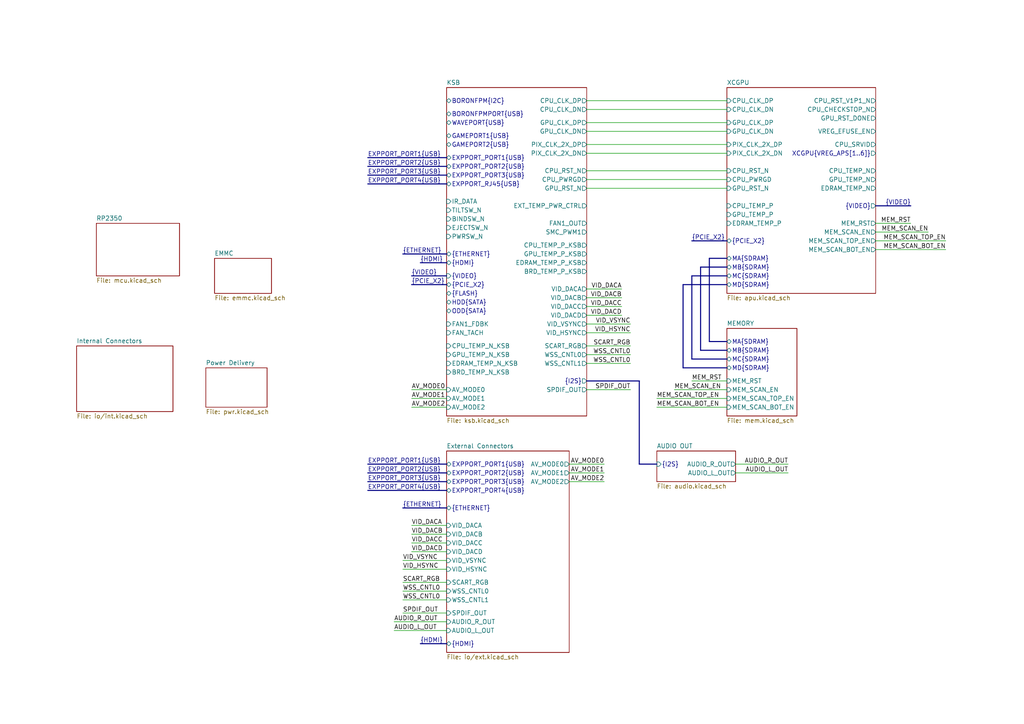
<source format=kicad_sch>
(kicad_sch
	(version 20250114)
	(generator "eeschema")
	(generator_version "9.0")
	(uuid "16640ecb-e4a4-4594-871b-70047bfba6e0")
	(paper "A4")
	(lib_symbols)
	(bus_alias "VIDEO"
		(members "PIX_DATA[0..14]" "PIX_CLK" "VSYNC_OUT" "HSYNC_OUT")
	)
	(text "TODO:\n- Power Delivery\n- Audio Out\n- NAND/eMMC\n- Replace generic components with real part numbers\n"
		(exclude_from_sim no)
		(at 1.524 -10.16 0)
		(effects
			(font
				(size 1.27 1.27)
			)
			(justify left)
		)
		(uuid "7302e6ac-949d-4d83-9f1e-086a3c0d9157")
	)
	(bus
		(pts
			(xy 198.12 82.55) (xy 198.12 106.68)
		)
		(stroke
			(width 0)
			(type default)
		)
		(uuid "0179ccf6-84f9-4ecb-aa41-5205ec36bab9")
	)
	(wire
		(pts
			(xy 129.54 152.4) (xy 119.38 152.4)
		)
		(stroke
			(width 0)
			(type default)
		)
		(uuid "045ca792-5e58-44e4-8934-ffc78a5ef6ac")
	)
	(bus
		(pts
			(xy 200.66 104.14) (xy 210.82 104.14)
		)
		(stroke
			(width 0)
			(type default)
		)
		(uuid "0493ff22-1fda-4272-8040-85711a138c20")
	)
	(wire
		(pts
			(xy 129.54 165.1) (xy 116.84 165.1)
		)
		(stroke
			(width 0)
			(type default)
		)
		(uuid "08bb2e7b-e2ea-4bde-96ec-82c54b03aa81")
	)
	(wire
		(pts
			(xy 129.54 177.8) (xy 116.84 177.8)
		)
		(stroke
			(width 0)
			(type default)
		)
		(uuid "092d3a9a-f411-45dc-8b0d-a69fb29276e0")
	)
	(wire
		(pts
			(xy 170.18 49.53) (xy 210.82 49.53)
		)
		(stroke
			(width 0)
			(type default)
		)
		(uuid "131cf439-c5e1-4299-9c09-ec1707d35148")
	)
	(bus
		(pts
			(xy 210.82 80.01) (xy 200.66 80.01)
		)
		(stroke
			(width 0)
			(type default)
		)
		(uuid "15dd0cbf-1b5e-4437-960f-99a0b5aac307")
	)
	(bus
		(pts
			(xy 106.68 50.8) (xy 129.54 50.8)
		)
		(stroke
			(width 0)
			(type default)
		)
		(uuid "17fd7ff2-be9f-4506-841d-8f9dd9836b7d")
	)
	(wire
		(pts
			(xy 170.18 88.9) (xy 180.34 88.9)
		)
		(stroke
			(width 0)
			(type default)
		)
		(uuid "1acd0ede-a292-42de-a766-835d8137f128")
	)
	(bus
		(pts
			(xy 121.92 76.2) (xy 129.54 76.2)
		)
		(stroke
			(width 0)
			(type default)
		)
		(uuid "1ae09c51-6b95-4124-9b44-cd0a85aeb7f0")
	)
	(wire
		(pts
			(xy 170.18 93.98) (xy 182.88 93.98)
		)
		(stroke
			(width 0)
			(type default)
		)
		(uuid "1c4cc477-e061-488c-8a51-e1a238bcd2fa")
	)
	(bus
		(pts
			(xy 185.42 110.49) (xy 185.42 134.62)
		)
		(stroke
			(width 0)
			(type default)
		)
		(uuid "1e2a199c-b004-49d1-963a-38c1ef250ff7")
	)
	(bus
		(pts
			(xy 185.42 134.62) (xy 190.5 134.62)
		)
		(stroke
			(width 0)
			(type default)
		)
		(uuid "1f921189-8902-4f0d-bb65-ad837a4df51d")
	)
	(wire
		(pts
			(xy 274.32 72.39) (xy 254 72.39)
		)
		(stroke
			(width 0)
			(type default)
		)
		(uuid "20d1126e-7f78-43e7-91dc-5c925d5e015b")
	)
	(wire
		(pts
			(xy 129.54 154.94) (xy 119.38 154.94)
		)
		(stroke
			(width 0)
			(type default)
		)
		(uuid "2523d6b6-47f4-48b6-bea2-203c01795a93")
	)
	(wire
		(pts
			(xy 269.24 67.31) (xy 254 67.31)
		)
		(stroke
			(width 0)
			(type default)
		)
		(uuid "26303ca2-91a9-4f5c-92e5-6a2590ade414")
	)
	(bus
		(pts
			(xy 210.82 74.93) (xy 205.74 74.93)
		)
		(stroke
			(width 0)
			(type default)
		)
		(uuid "2aea5cce-3a4b-4b01-89e2-b9dfc9a45be4")
	)
	(wire
		(pts
			(xy 129.54 180.34) (xy 114.3 180.34)
		)
		(stroke
			(width 0)
			(type default)
		)
		(uuid "330fee60-c992-4e93-afe6-fb7ce9f7c16d")
	)
	(wire
		(pts
			(xy 170.18 38.1) (xy 210.82 38.1)
		)
		(stroke
			(width 0)
			(type default)
		)
		(uuid "34671c02-eff2-4efc-81d5-2d3be8cfed72")
	)
	(wire
		(pts
			(xy 170.18 54.61) (xy 210.82 54.61)
		)
		(stroke
			(width 0)
			(type default)
		)
		(uuid "3cf8d58c-cce1-4a37-a0a1-c187a286b4bc")
	)
	(bus
		(pts
			(xy 116.84 147.32) (xy 129.54 147.32)
		)
		(stroke
			(width 0)
			(type default)
		)
		(uuid "41bf93a9-5a29-488b-a640-1beab1d77dce")
	)
	(wire
		(pts
			(xy 170.18 35.56) (xy 210.82 35.56)
		)
		(stroke
			(width 0)
			(type default)
		)
		(uuid "42b7e670-d328-4115-b51d-b01e317ffa7e")
	)
	(wire
		(pts
			(xy 170.18 44.45) (xy 210.82 44.45)
		)
		(stroke
			(width 0)
			(type default)
		)
		(uuid "46ac6a51-6166-433e-940a-6d9c09784d88")
	)
	(wire
		(pts
			(xy 165.1 134.62) (xy 175.26 134.62)
		)
		(stroke
			(width 0)
			(type default)
		)
		(uuid "5184a8ba-c6a0-49fe-bc47-20dcffde8449")
	)
	(bus
		(pts
			(xy 106.68 45.72) (xy 129.54 45.72)
		)
		(stroke
			(width 0)
			(type default)
		)
		(uuid "51bcb22d-9ee1-4cff-9c4f-fb94b6cf7a9b")
	)
	(wire
		(pts
			(xy 170.18 52.07) (xy 210.82 52.07)
		)
		(stroke
			(width 0)
			(type default)
		)
		(uuid "51f92ada-01ee-4ddb-811e-fd19671f1af0")
	)
	(bus
		(pts
			(xy 106.68 142.24) (xy 129.54 142.24)
		)
		(stroke
			(width 0)
			(type default)
		)
		(uuid "56aee32e-9678-428b-ac65-e8039eb42b7b")
	)
	(wire
		(pts
			(xy 170.18 83.82) (xy 180.34 83.82)
		)
		(stroke
			(width 0)
			(type default)
		)
		(uuid "5815e58b-85f3-4eb5-85f2-002f621904b6")
	)
	(wire
		(pts
			(xy 129.54 173.99) (xy 116.84 173.99)
		)
		(stroke
			(width 0)
			(type default)
		)
		(uuid "5de7bce6-ecaa-4d08-befd-7ba4b75f9224")
	)
	(bus
		(pts
			(xy 198.12 106.68) (xy 210.82 106.68)
		)
		(stroke
			(width 0)
			(type default)
		)
		(uuid "5fad2465-86e8-4033-8895-3b4b19544799")
	)
	(wire
		(pts
			(xy 170.18 105.41) (xy 182.88 105.41)
		)
		(stroke
			(width 0)
			(type default)
		)
		(uuid "6031007d-8ed7-4cca-acb7-cd569268f5fd")
	)
	(bus
		(pts
			(xy 106.68 53.34) (xy 129.54 53.34)
		)
		(stroke
			(width 0)
			(type default)
		)
		(uuid "639f6184-8083-43bb-97fa-e3872024fcc2")
	)
	(wire
		(pts
			(xy 170.18 29.21) (xy 210.82 29.21)
		)
		(stroke
			(width 0)
			(type default)
		)
		(uuid "649e2da5-5591-449c-8bc2-2d2d3d9dbb5d")
	)
	(wire
		(pts
			(xy 129.54 168.91) (xy 116.84 168.91)
		)
		(stroke
			(width 0)
			(type default)
		)
		(uuid "68fa597b-276b-4536-b990-c37e253efd41")
	)
	(bus
		(pts
			(xy 205.74 99.06) (xy 210.82 99.06)
		)
		(stroke
			(width 0)
			(type default)
		)
		(uuid "6c8c1f27-2d03-49f5-9063-545edfea1976")
	)
	(bus
		(pts
			(xy 106.68 134.62) (xy 129.54 134.62)
		)
		(stroke
			(width 0)
			(type default)
		)
		(uuid "6d5c78b3-1a56-4448-a075-60ea4722da1b")
	)
	(wire
		(pts
			(xy 213.36 137.16) (xy 228.6 137.16)
		)
		(stroke
			(width 0)
			(type default)
		)
		(uuid "6f13a8d9-b38a-4d52-855d-a5d9dda084e4")
	)
	(bus
		(pts
			(xy 254 59.69) (xy 264.16 59.69)
		)
		(stroke
			(width 0)
			(type default)
		)
		(uuid "721ee951-a3fb-4627-95ba-8e786487326b")
	)
	(wire
		(pts
			(xy 129.54 118.11) (xy 119.38 118.11)
		)
		(stroke
			(width 0)
			(type default)
		)
		(uuid "79c773db-39b9-4742-9ede-8f1669f42c79")
	)
	(wire
		(pts
			(xy 213.36 134.62) (xy 228.6 134.62)
		)
		(stroke
			(width 0)
			(type default)
		)
		(uuid "8120ea00-3680-4683-83d8-1fd5f99787e5")
	)
	(wire
		(pts
			(xy 170.18 96.52) (xy 182.88 96.52)
		)
		(stroke
			(width 0)
			(type default)
		)
		(uuid "81879148-0253-4096-b57e-4c9234ab8efd")
	)
	(wire
		(pts
			(xy 170.18 100.33) (xy 182.88 100.33)
		)
		(stroke
			(width 0)
			(type default)
		)
		(uuid "83be964e-d13a-4c8b-a19a-69263c5c81a0")
	)
	(bus
		(pts
			(xy 200.66 80.01) (xy 200.66 104.14)
		)
		(stroke
			(width 0)
			(type default)
		)
		(uuid "88848324-8344-48bb-afe9-1395aa433f7a")
	)
	(bus
		(pts
			(xy 200.66 69.85) (xy 210.82 69.85)
		)
		(stroke
			(width 0)
			(type default)
		)
		(uuid "892aee1f-60bf-4bc0-a2c1-38ef9ff6d178")
	)
	(bus
		(pts
			(xy 116.84 73.66) (xy 129.54 73.66)
		)
		(stroke
			(width 0)
			(type default)
		)
		(uuid "8b1d26dd-4cc3-400b-a458-71ff29508c79")
	)
	(wire
		(pts
			(xy 254 64.77) (xy 264.16 64.77)
		)
		(stroke
			(width 0)
			(type default)
		)
		(uuid "8bebbfce-aabd-4af4-bf7d-0706acd7305b")
	)
	(bus
		(pts
			(xy 210.82 77.47) (xy 203.2 77.47)
		)
		(stroke
			(width 0)
			(type default)
		)
		(uuid "90614fb0-ea0e-4ee4-8909-021ee5f1a084")
	)
	(wire
		(pts
			(xy 210.82 110.49) (xy 200.66 110.49)
		)
		(stroke
			(width 0)
			(type default)
		)
		(uuid "95985826-34dc-4693-b27d-8168543e6314")
	)
	(bus
		(pts
			(xy 203.2 101.6) (xy 210.82 101.6)
		)
		(stroke
			(width 0)
			(type default)
		)
		(uuid "9683d0c8-153f-45f2-b010-8e26a7a10e03")
	)
	(bus
		(pts
			(xy 170.18 110.49) (xy 185.42 110.49)
		)
		(stroke
			(width 0)
			(type default)
		)
		(uuid "9746bfb7-9683-458c-8357-65e8a3fc336d")
	)
	(wire
		(pts
			(xy 170.18 102.87) (xy 182.88 102.87)
		)
		(stroke
			(width 0)
			(type default)
		)
		(uuid "97c03f04-a746-42df-bfd3-3213e3415cfb")
	)
	(wire
		(pts
			(xy 129.54 157.48) (xy 119.38 157.48)
		)
		(stroke
			(width 0)
			(type default)
		)
		(uuid "9b594e4d-ec94-4bf5-984b-88f9cda1bfd4")
	)
	(wire
		(pts
			(xy 190.5 115.57) (xy 210.82 115.57)
		)
		(stroke
			(width 0)
			(type default)
		)
		(uuid "9f14d4a1-64d5-4f2c-be93-5cccca1bf411")
	)
	(bus
		(pts
			(xy 205.74 74.93) (xy 205.74 99.06)
		)
		(stroke
			(width 0)
			(type default)
		)
		(uuid "a33f4049-5e5d-461c-8bce-cf2bac236a7f")
	)
	(bus
		(pts
			(xy 106.68 137.16) (xy 129.54 137.16)
		)
		(stroke
			(width 0)
			(type default)
		)
		(uuid "aa011c48-73cd-4154-9262-55df4d691722")
	)
	(wire
		(pts
			(xy 170.18 31.75) (xy 210.82 31.75)
		)
		(stroke
			(width 0)
			(type default)
		)
		(uuid "ab61f2a3-9b5e-4d1f-8a2a-516cd68e2437")
	)
	(bus
		(pts
			(xy 119.38 82.55) (xy 129.54 82.55)
		)
		(stroke
			(width 0)
			(type default)
		)
		(uuid "b6018fd7-c9a0-48b6-97be-1c7464b78b50")
	)
	(wire
		(pts
			(xy 195.58 113.03) (xy 210.82 113.03)
		)
		(stroke
			(width 0)
			(type default)
		)
		(uuid "ba727a17-9546-42ae-87e6-8554b6c4293f")
	)
	(wire
		(pts
			(xy 129.54 171.45) (xy 116.84 171.45)
		)
		(stroke
			(width 0)
			(type default)
		)
		(uuid "ba95b9b5-3818-4ed0-843b-7b6a1f7c0dd9")
	)
	(wire
		(pts
			(xy 170.18 86.36) (xy 180.34 86.36)
		)
		(stroke
			(width 0)
			(type default)
		)
		(uuid "bb036508-3445-45cc-a135-af05ac4c1f5d")
	)
	(wire
		(pts
			(xy 165.1 137.16) (xy 175.26 137.16)
		)
		(stroke
			(width 0)
			(type default)
		)
		(uuid "c2d88cf1-723f-4458-bd39-0f9af18f3f8f")
	)
	(wire
		(pts
			(xy 165.1 139.7) (xy 175.26 139.7)
		)
		(stroke
			(width 0)
			(type default)
		)
		(uuid "c78bc274-b53f-41e4-adc7-237962bc31a2")
	)
	(wire
		(pts
			(xy 170.18 113.03) (xy 182.88 113.03)
		)
		(stroke
			(width 0)
			(type default)
		)
		(uuid "c8aabafa-c76c-4242-9c4f-28f091702fd9")
	)
	(bus
		(pts
			(xy 203.2 77.47) (xy 203.2 101.6)
		)
		(stroke
			(width 0)
			(type default)
		)
		(uuid "c9bc465b-97df-456c-bf59-767e544b4831")
	)
	(wire
		(pts
			(xy 129.54 115.57) (xy 119.38 115.57)
		)
		(stroke
			(width 0)
			(type default)
		)
		(uuid "d0fcec35-e5a1-4fd9-adf9-ea6f2737b56b")
	)
	(wire
		(pts
			(xy 170.18 41.91) (xy 210.82 41.91)
		)
		(stroke
			(width 0)
			(type default)
		)
		(uuid "d1979298-01e2-4dc4-87c6-965a802fdb1b")
	)
	(wire
		(pts
			(xy 274.32 69.85) (xy 254 69.85)
		)
		(stroke
			(width 0)
			(type default)
		)
		(uuid "d3041117-2538-4aa9-86a8-6ded936293f2")
	)
	(wire
		(pts
			(xy 170.18 91.44) (xy 180.34 91.44)
		)
		(stroke
			(width 0)
			(type default)
		)
		(uuid "d3cdb2f8-37d8-4635-a733-174394423179")
	)
	(wire
		(pts
			(xy 190.5 118.11) (xy 210.82 118.11)
		)
		(stroke
			(width 0)
			(type default)
		)
		(uuid "d874bbe4-b4dc-44df-9eff-169fc51b4b15")
	)
	(bus
		(pts
			(xy 106.68 139.7) (xy 129.54 139.7)
		)
		(stroke
			(width 0)
			(type default)
		)
		(uuid "dce0d685-254a-4c80-8fa2-b42da7dd061c")
	)
	(bus
		(pts
			(xy 129.54 80.01) (xy 119.38 80.01)
		)
		(stroke
			(width 0)
			(type default)
		)
		(uuid "dff954e3-adf8-41bf-9f0e-8ea1fe7dff59")
	)
	(wire
		(pts
			(xy 129.54 182.88) (xy 114.3 182.88)
		)
		(stroke
			(width 0)
			(type default)
		)
		(uuid "e73755e1-a354-464a-998b-0845c9bfd6c2")
	)
	(wire
		(pts
			(xy 129.54 160.02) (xy 119.38 160.02)
		)
		(stroke
			(width 0)
			(type default)
		)
		(uuid "f55b2ca7-4557-4257-8647-e9af1c3d1c46")
	)
	(wire
		(pts
			(xy 129.54 113.03) (xy 119.38 113.03)
		)
		(stroke
			(width 0)
			(type default)
		)
		(uuid "f8fb7016-cfc6-4577-87f8-32fcb5d47c4f")
	)
	(wire
		(pts
			(xy 129.54 162.56) (xy 116.84 162.56)
		)
		(stroke
			(width 0)
			(type default)
		)
		(uuid "fbc018fa-dc12-4800-a0a5-3a6b657c406c")
	)
	(bus
		(pts
			(xy 121.92 186.69) (xy 129.54 186.69)
		)
		(stroke
			(width 0)
			(type default)
		)
		(uuid "fd56d734-c700-479c-aa58-0709aa77c4af")
	)
	(bus
		(pts
			(xy 106.68 48.26) (xy 129.54 48.26)
		)
		(stroke
			(width 0)
			(type default)
		)
		(uuid "fe81973a-3cff-496f-8075-cd62287595df")
	)
	(bus
		(pts
			(xy 210.82 82.55) (xy 198.12 82.55)
		)
		(stroke
			(width 0)
			(type default)
		)
		(uuid "ff136560-9bff-429f-b401-dc7d1d92ce10")
	)
	(label "VID_HSYNC"
		(at 182.88 96.52 180)
		(effects
			(font
				(size 1.27 1.27)
			)
			(justify right bottom)
		)
		(uuid "00058e09-0a7b-4cbf-b9ba-0ec90ac8eb86")
	)
	(label "{ETHERNET}"
		(at 116.84 73.66 0)
		(effects
			(font
				(size 1.27 1.27)
			)
			(justify left bottom)
		)
		(uuid "044e6af4-5d99-4dd3-a5d0-47f00f1ab38c")
	)
	(label "MEM_SCAN_BOT_EN"
		(at 274.32 72.39 180)
		(effects
			(font
				(size 1.27 1.27)
			)
			(justify right bottom)
		)
		(uuid "094cd492-c722-4d0b-a32f-6cb558d930f2")
	)
	(label "{PCIE_X2}"
		(at 119.38 82.55 0)
		(effects
			(font
				(size 1.27 1.27)
			)
			(justify left bottom)
		)
		(uuid "15226a72-e549-4623-9f8b-3483d2b5193d")
	)
	(label "{HDMI}"
		(at 121.92 76.2 0)
		(effects
			(font
				(size 1.27 1.27)
			)
			(justify left bottom)
		)
		(uuid "160f4f53-4605-45cb-93d0-81ae8a12a20a")
	)
	(label "VID_DACD"
		(at 180.34 91.44 180)
		(effects
			(font
				(size 1.27 1.27)
			)
			(justify right bottom)
		)
		(uuid "16bbc811-6527-4769-93c3-7aa83f79c252")
	)
	(label "WSS_CNTL0"
		(at 116.84 171.45 0)
		(effects
			(font
				(size 1.27 1.27)
			)
			(justify left bottom)
		)
		(uuid "1a64e303-6141-4cd6-9e8d-7045c5d3e0d5")
	)
	(label "EXPPORT_PORT1{USB}"
		(at 106.68 45.72 0)
		(effects
			(font
				(size 1.27 1.27)
			)
			(justify left bottom)
		)
		(uuid "1afc1093-1c4a-4a3a-b8d2-ba233fb5f640")
	)
	(label "VID_DACD"
		(at 119.38 160.02 0)
		(effects
			(font
				(size 1.27 1.27)
			)
			(justify left bottom)
		)
		(uuid "21fed640-9008-485c-9f78-bd7c6186024a")
	)
	(label "MEM_SCAN_EN"
		(at 269.24 67.31 180)
		(effects
			(font
				(size 1.27 1.27)
			)
			(justify right bottom)
		)
		(uuid "22dc0f26-dcc9-49c0-8539-e92042e0d00e")
	)
	(label "WSS_CNTL0"
		(at 116.84 173.99 0)
		(effects
			(font
				(size 1.27 1.27)
			)
			(justify left bottom)
		)
		(uuid "23f0c589-e0a0-4d5f-aca5-8944aa750781")
	)
	(label "MEM_SCAN_TOP_EN"
		(at 274.32 69.85 180)
		(effects
			(font
				(size 1.27 1.27)
			)
			(justify right bottom)
		)
		(uuid "244dc67f-989b-4ac8-81ae-c72c687574a2")
	)
	(label "EXPPORT_PORT4{USB}"
		(at 106.68 53.34 0)
		(effects
			(font
				(size 1.27 1.27)
			)
			(justify left bottom)
		)
		(uuid "27537c05-2a1c-4056-8f40-b05f5175681a")
	)
	(label "SCART_RGB"
		(at 182.88 100.33 180)
		(effects
			(font
				(size 1.27 1.27)
			)
			(justify right bottom)
		)
		(uuid "2a261d3d-ce94-465d-a540-cca862463582")
	)
	(label "VID_DACB"
		(at 180.34 86.36 180)
		(effects
			(font
				(size 1.27 1.27)
			)
			(justify right bottom)
		)
		(uuid "2b394961-0ab3-45f6-9709-251a207e9c44")
	)
	(label "AUDIO_R_OUT"
		(at 114.3 180.34 0)
		(effects
			(font
				(size 1.27 1.27)
			)
			(justify left bottom)
		)
		(uuid "32734ddc-07ac-44e6-b136-f39f1d47cdc5")
	)
	(label "VID_HSYNC"
		(at 116.84 165.1 0)
		(effects
			(font
				(size 1.27 1.27)
			)
			(justify left bottom)
		)
		(uuid "3c76d0bc-9684-472b-91e5-10bf8875c0e0")
	)
	(label "EXPPORT_PORT4{USB}"
		(at 106.68 142.24 0)
		(effects
			(font
				(size 1.27 1.27)
			)
			(justify left bottom)
		)
		(uuid "4bc2d47b-6e21-44c8-b503-29da1fbd5aca")
	)
	(label "MEM_SCAN_BOT_EN"
		(at 190.5 118.11 0)
		(effects
			(font
				(size 1.27 1.27)
			)
			(justify left bottom)
		)
		(uuid "512a1089-2f12-4181-a2f6-20e71c537757")
	)
	(label "SCART_RGB"
		(at 116.84 168.91 0)
		(effects
			(font
				(size 1.27 1.27)
			)
			(justify left bottom)
		)
		(uuid "5247520f-ff35-4816-a3eb-96a843d98d0d")
	)
	(label "AUDIO_L_OUT"
		(at 114.3 182.88 0)
		(effects
			(font
				(size 1.27 1.27)
			)
			(justify left bottom)
		)
		(uuid "5798b9c7-bb6c-4141-8cf9-8e81e9475e43")
	)
	(label "VID_DACC"
		(at 180.34 88.9 180)
		(effects
			(font
				(size 1.27 1.27)
			)
			(justify right bottom)
		)
		(uuid "5a4884b3-ab87-41c5-9f1a-861e46ce1343")
	)
	(label "AV_MODE2"
		(at 119.38 118.11 0)
		(effects
			(font
				(size 1.27 1.27)
			)
			(justify left bottom)
		)
		(uuid "6334f66d-068c-4527-bde2-d3c73d47bf83")
	)
	(label "WSS_CNTL0"
		(at 182.88 105.41 180)
		(effects
			(font
				(size 1.27 1.27)
			)
			(justify right bottom)
		)
		(uuid "68b36aa0-518a-47fe-9e31-b853a44a7e4e")
	)
	(label "{PCIE_X2}"
		(at 200.66 69.85 0)
		(effects
			(font
				(size 1.27 1.27)
			)
			(justify left bottom)
		)
		(uuid "6c86a889-7a62-4b08-b0e2-7a7bfc4e71d8")
	)
	(label "{VIDEO}"
		(at 119.38 80.01 0)
		(effects
			(font
				(size 1.27 1.27)
			)
			(justify left bottom)
		)
		(uuid "6ef17465-8786-4cca-8392-7644131b11d0")
	)
	(label "VID_VSYNC"
		(at 182.88 93.98 180)
		(effects
			(font
				(size 1.27 1.27)
			)
			(justify right bottom)
		)
		(uuid "729dee00-8f36-4807-814d-02638a9d570a")
	)
	(label "SPDIF_OUT"
		(at 116.84 177.8 0)
		(effects
			(font
				(size 1.27 1.27)
			)
			(justify left bottom)
		)
		(uuid "77f3b2f3-f71a-4382-8d52-69fe5fd706e6")
	)
	(label "AV_MODE1"
		(at 119.38 115.57 0)
		(effects
			(font
				(size 1.27 1.27)
			)
			(justify left bottom)
		)
		(uuid "7c911b6f-e437-4db5-89ea-905bcdb48a3b")
	)
	(label "MEM_SCAN_EN"
		(at 195.58 113.03 0)
		(effects
			(font
				(size 1.27 1.27)
			)
			(justify left bottom)
		)
		(uuid "82722aaa-98ea-43e1-a2c2-331e9150c95b")
	)
	(label "VID_DACC"
		(at 119.38 157.48 0)
		(effects
			(font
				(size 1.27 1.27)
			)
			(justify left bottom)
		)
		(uuid "83c5d072-b4f2-4b8c-85a6-9fb8f2f384f1")
	)
	(label "WSS_CNTL0"
		(at 182.88 102.87 180)
		(effects
			(font
				(size 1.27 1.27)
			)
			(justify right bottom)
		)
		(uuid "88fd4602-5a24-47c0-b2f8-e3e5afb4f20a")
	)
	(label "AUDIO_L_OUT"
		(at 228.6 137.16 180)
		(effects
			(font
				(size 1.27 1.27)
			)
			(justify right bottom)
		)
		(uuid "8a5f1275-db85-4b8b-b57b-013afe24d7d8")
	)
	(label "EXPPORT_PORT2{USB}"
		(at 106.68 48.26 0)
		(effects
			(font
				(size 1.27 1.27)
			)
			(justify left bottom)
		)
		(uuid "8e18728b-3db0-4bc7-bfce-bf5df3e2b35f")
	)
	(label "VID_DACA"
		(at 119.38 152.4 0)
		(effects
			(font
				(size 1.27 1.27)
			)
			(justify left bottom)
		)
		(uuid "8f3468fb-7fbb-4070-b807-23cda708151a")
	)
	(label "EXPPORT_PORT3{USB}"
		(at 106.68 139.7 0)
		(effects
			(font
				(size 1.27 1.27)
			)
			(justify left bottom)
		)
		(uuid "93270cc9-5da4-4d90-a9a6-6815997d7320")
	)
	(label "VID_VSYNC"
		(at 116.84 162.56 0)
		(effects
			(font
				(size 1.27 1.27)
			)
			(justify left bottom)
		)
		(uuid "941600c1-4c82-47b7-aee3-97f3b03c20e7")
	)
	(label "{VIDEO}"
		(at 264.16 59.69 180)
		(effects
			(font
				(size 1.27 1.27)
			)
			(justify right bottom)
		)
		(uuid "9fcb3321-6493-40f4-837b-0dffbe1e87b2")
	)
	(label "VID_DACB"
		(at 119.38 154.94 0)
		(effects
			(font
				(size 1.27 1.27)
			)
			(justify left bottom)
		)
		(uuid "abc138dd-306e-474b-9d39-fd1f039dd409")
	)
	(label "AV_MODE0"
		(at 175.26 134.62 180)
		(effects
			(font
				(size 1.27 1.27)
			)
			(justify right bottom)
		)
		(uuid "af5739f2-e849-4eab-8aed-2d9d3a317e34")
	)
	(label "SPDIF_OUT"
		(at 182.88 113.03 180)
		(effects
			(font
				(size 1.27 1.27)
			)
			(justify right bottom)
		)
		(uuid "afe2c336-5a2f-4a72-a3ee-ea030051e3b6")
	)
	(label "AV_MODE2"
		(at 175.26 139.7 180)
		(effects
			(font
				(size 1.27 1.27)
			)
			(justify right bottom)
		)
		(uuid "b051acd6-3ee1-481f-8759-4aa4a6a122a0")
	)
	(label "{HDMI}"
		(at 121.92 186.69 0)
		(effects
			(font
				(size 1.27 1.27)
			)
			(justify left bottom)
		)
		(uuid "b915693b-ab4f-43fd-b115-f082da98a449")
	)
	(label "AUDIO_R_OUT"
		(at 228.6 134.62 180)
		(effects
			(font
				(size 1.27 1.27)
			)
			(justify right bottom)
		)
		(uuid "ba5a4887-e299-44b5-b04a-776f2f9faf89")
	)
	(label "MEM_RST"
		(at 264.16 64.77 180)
		(effects
			(font
				(size 1.27 1.27)
			)
			(justify right bottom)
		)
		(uuid "bb96c884-3483-4aa9-b8ae-11df5957d2b8")
	)
	(label "EXPPORT_PORT1{USB}"
		(at 106.68 134.62 0)
		(effects
			(font
				(size 1.27 1.27)
			)
			(justify left bottom)
		)
		(uuid "cb06914b-caf1-4091-93f8-f19b2de16033")
	)
	(label "AV_MODE0"
		(at 119.38 113.03 0)
		(effects
			(font
				(size 1.27 1.27)
			)
			(justify left bottom)
		)
		(uuid "cb4eef91-9c28-47b9-a1f0-97a2159aac96")
	)
	(label "EXPPORT_PORT2{USB}"
		(at 106.68 137.16 0)
		(effects
			(font
				(size 1.27 1.27)
			)
			(justify left bottom)
		)
		(uuid "d0c5b9f4-a8d8-456e-bcf4-818c7dfecec7")
	)
	(label "MEM_SCAN_TOP_EN"
		(at 190.5 115.57 0)
		(effects
			(font
				(size 1.27 1.27)
			)
			(justify left bottom)
		)
		(uuid "d93770ab-9b48-4d26-b1ea-00c03f36bbc1")
	)
	(label "{ETHERNET}"
		(at 116.84 147.32 0)
		(effects
			(font
				(size 1.27 1.27)
			)
			(justify left bottom)
		)
		(uuid "dfcebf4e-b51c-4175-b25f-05d9b63063e5")
	)
	(label "EXPPORT_PORT3{USB}"
		(at 106.68 50.8 0)
		(effects
			(font
				(size 1.27 1.27)
			)
			(justify left bottom)
		)
		(uuid "e0e23c64-eb21-402c-9b73-0d634ba31fe1")
	)
	(label "AV_MODE1"
		(at 175.26 137.16 180)
		(effects
			(font
				(size 1.27 1.27)
			)
			(justify right bottom)
		)
		(uuid "efd6771e-db1b-45bf-9da4-448fe5c3fe62")
	)
	(label "VID_DACA"
		(at 180.34 83.82 180)
		(effects
			(font
				(size 1.27 1.27)
			)
			(justify right bottom)
		)
		(uuid "f46f1598-e56a-4ecf-b5d6-489ebdcc17c0")
	)
	(label "MEM_RST"
		(at 200.66 110.49 0)
		(effects
			(font
				(size 1.27 1.27)
			)
			(justify left bottom)
		)
		(uuid "ffcc0cb8-6a95-4413-a1c8-ee650fe561c2")
	)
	(sheet
		(at 190.5 130.81)
		(size 22.86 8.89)
		(exclude_from_sim no)
		(in_bom yes)
		(on_board yes)
		(dnp no)
		(fields_autoplaced yes)
		(stroke
			(width 0.1524)
			(type solid)
		)
		(fill
			(color 0 0 0 0.0000)
		)
		(uuid "06303de4-2744-44da-b431-31b4ad95c62e")
		(property "Sheetname" "AUDIO OUT"
			(at 190.5 130.0984 0)
			(effects
				(font
					(size 1.27 1.27)
				)
				(justify left bottom)
			)
		)
		(property "Sheetfile" "audio.kicad_sch"
			(at 190.5 140.2846 0)
			(effects
				(font
					(size 1.27 1.27)
				)
				(justify left top)
			)
		)
		(pin "AUDIO_L_OUT" output
			(at 213.36 137.16 0)
			(uuid "55538ee0-9fce-4be4-b4a5-51ce7786ffb3")
			(effects
				(font
					(size 1.27 1.27)
				)
				(justify right)
			)
		)
		(pin "AUDIO_R_OUT" output
			(at 213.36 134.62 0)
			(uuid "56d7a031-8858-4c7f-861c-3a90a714c012")
			(effects
				(font
					(size 1.27 1.27)
				)
				(justify right)
			)
		)
		(pin "{I2S}" input
			(at 190.5 134.62 180)
			(uuid "d1c8b102-32d6-4665-9163-baf3f7280aff")
			(effects
				(font
					(size 1.27 1.27)
				)
				(justify left)
			)
		)
		(instances
			(project "Mantaray"
				(path "/16640ecb-e4a4-4594-871b-70047bfba6e0"
					(page "21")
				)
			)
		)
	)
	(sheet
		(at 210.82 25.4)
		(size 43.18 59.69)
		(exclude_from_sim no)
		(in_bom yes)
		(on_board yes)
		(dnp no)
		(fields_autoplaced yes)
		(stroke
			(width 0.1524)
			(type solid)
		)
		(fill
			(color 0 0 0 0.0000)
		)
		(uuid "15d9acf0-ed9b-44aa-a266-2c44722c6abb")
		(property "Sheetname" "XCGPU"
			(at 210.82 24.6884 0)
			(effects
				(font
					(size 1.27 1.27)
				)
				(justify left bottom)
			)
		)
		(property "Sheetfile" "apu.kicad_sch"
			(at 210.82 85.6746 0)
			(effects
				(font
					(size 1.27 1.27)
				)
				(justify left top)
			)
		)
		(pin "CPU_CHECKSTOP_N" output
			(at 254 31.75 0)
			(uuid "1d4c740c-124d-4197-91ed-3bcf22826c92")
			(effects
				(font
					(size 1.27 1.27)
				)
				(justify right)
			)
		)
		(pin "CPU_CLK_DN" input
			(at 210.82 31.75 180)
			(uuid "1065016e-dbe9-486c-89cc-5c3efeeeb44a")
			(effects
				(font
					(size 1.27 1.27)
				)
				(justify left)
			)
		)
		(pin "CPU_CLK_DP" input
			(at 210.82 29.21 180)
			(uuid "4aa62df4-2078-484a-b1f4-96a429a7c3b6")
			(effects
				(font
					(size 1.27 1.27)
				)
				(justify left)
			)
		)
		(pin "CPU_PWRGD" input
			(at 210.82 52.07 180)
			(uuid "f011baa8-5eb6-45a1-b32c-ad5a9a106fb6")
			(effects
				(font
					(size 1.27 1.27)
				)
				(justify left)
			)
		)
		(pin "CPU_RST_N" input
			(at 210.82 49.53 180)
			(uuid "1afd8303-014d-450d-b64a-12346698240a")
			(effects
				(font
					(size 1.27 1.27)
				)
				(justify left)
			)
		)
		(pin "CPU_RST_V1P1_N" output
			(at 254 29.21 0)
			(uuid "7fe149dd-c8fd-4e3e-862a-dceac94816d3")
			(effects
				(font
					(size 1.27 1.27)
				)
				(justify right)
			)
		)
		(pin "CPU_SRVID" output
			(at 254 41.91 0)
			(uuid "ef0b924b-a1a6-4ee4-8584-6c09c1d91bc8")
			(effects
				(font
					(size 1.27 1.27)
				)
				(justify right)
			)
		)
		(pin "CPU_TEMP_N" output
			(at 254 49.53 0)
			(uuid "000c8938-27cc-44a1-94f3-7049a2e0586a")
			(effects
				(font
					(size 1.27 1.27)
				)
				(justify right)
			)
		)
		(pin "CPU_TEMP_P" input
			(at 210.82 59.69 180)
			(uuid "08259793-816e-4aeb-a85b-e64ef7627d7a")
			(effects
				(font
					(size 1.27 1.27)
				)
				(justify left)
			)
		)
		(pin "EDRAM_TEMP_N" output
			(at 254 54.61 0)
			(uuid "f3c19771-6d02-477e-9bdb-c07085489beb")
			(effects
				(font
					(size 1.27 1.27)
				)
				(justify right)
			)
		)
		(pin "EDRAM_TEMP_P" input
			(at 210.82 64.77 180)
			(uuid "ddd8d485-f9ad-405e-b9f4-50cc0326eb69")
			(effects
				(font
					(size 1.27 1.27)
				)
				(justify left)
			)
		)
		(pin "GPU_CLK_DN" input
			(at 210.82 38.1 180)
			(uuid "d01552a3-ff9d-4ebe-885e-c8e217d0f651")
			(effects
				(font
					(size 1.27 1.27)
				)
				(justify left)
			)
		)
		(pin "GPU_CLK_DP" input
			(at 210.82 35.56 180)
			(uuid "0a4ef7b4-da59-46a5-adeb-52e9560d62aa")
			(effects
				(font
					(size 1.27 1.27)
				)
				(justify left)
			)
		)
		(pin "GPU_RST_DONE" output
			(at 254 34.29 0)
			(uuid "d254ebf9-2fde-464b-908e-b2977ce9f6e2")
			(effects
				(font
					(size 1.27 1.27)
				)
				(justify right)
			)
		)
		(pin "GPU_RST_N" input
			(at 210.82 54.61 180)
			(uuid "5be674ff-0ee3-42ff-b951-40fa9573d5b2")
			(effects
				(font
					(size 1.27 1.27)
				)
				(justify left)
			)
		)
		(pin "GPU_TEMP_N" output
			(at 254 52.07 0)
			(uuid "d4fb8b8c-1465-4051-95db-bf66022819f0")
			(effects
				(font
					(size 1.27 1.27)
				)
				(justify right)
			)
		)
		(pin "GPU_TEMP_P" input
			(at 210.82 62.23 180)
			(uuid "44f27fdd-4584-4e01-8c72-569d1f0d0950")
			(effects
				(font
					(size 1.27 1.27)
				)
				(justify left)
			)
		)
		(pin "MA{SDRAM}" bidirectional
			(at 210.82 74.93 180)
			(uuid "94b3fdb1-3610-4ac9-bd21-4bca2b6a09ed")
			(effects
				(font
					(size 1.27 1.27)
				)
				(justify left)
			)
		)
		(pin "MB{SDRAM}" bidirectional
			(at 210.82 77.47 180)
			(uuid "a5a09a33-6e2f-42ef-bb5f-0583423ec54d")
			(effects
				(font
					(size 1.27 1.27)
				)
				(justify left)
			)
		)
		(pin "MC{SDRAM}" bidirectional
			(at 210.82 80.01 180)
			(uuid "8dcba271-276b-4894-b521-78430ee5764a")
			(effects
				(font
					(size 1.27 1.27)
				)
				(justify left)
			)
		)
		(pin "MD{SDRAM}" bidirectional
			(at 210.82 82.55 180)
			(uuid "edeb9157-8711-4441-a72d-2045a9220ecb")
			(effects
				(font
					(size 1.27 1.27)
				)
				(justify left)
			)
		)
		(pin "MEM_RST" output
			(at 254 64.77 0)
			(uuid "d24f94f7-be6d-4df0-9e5e-104d1e3aded1")
			(effects
				(font
					(size 1.27 1.27)
				)
				(justify right)
			)
		)
		(pin "MEM_SCAN_BOT_EN" output
			(at 254 72.39 0)
			(uuid "0df4408f-0fb8-43a9-9d8d-da00366a8dd8")
			(effects
				(font
					(size 1.27 1.27)
				)
				(justify right)
			)
		)
		(pin "MEM_SCAN_EN" output
			(at 254 67.31 0)
			(uuid "8f77f4db-bd99-448a-a73d-b43782c4358d")
			(effects
				(font
					(size 1.27 1.27)
				)
				(justify right)
			)
		)
		(pin "MEM_SCAN_TOP_EN" output
			(at 254 69.85 0)
			(uuid "dc6e7d1c-ae2b-4309-9925-65d069cfeba1")
			(effects
				(font
					(size 1.27 1.27)
				)
				(justify right)
			)
		)
		(pin "PIX_CLK_2X_DN" input
			(at 210.82 44.45 180)
			(uuid "d1f0644e-763c-4c82-9d00-660ee60d89ee")
			(effects
				(font
					(size 1.27 1.27)
				)
				(justify left)
			)
		)
		(pin "PIX_CLK_2X_DP" input
			(at 210.82 41.91 180)
			(uuid "24434248-b6ab-4ec8-aff0-d44d49a26feb")
			(effects
				(font
					(size 1.27 1.27)
				)
				(justify left)
			)
		)
		(pin "VREG_EFUSE_EN" output
			(at 254 38.1 0)
			(uuid "1d20aab4-b251-4fc4-ba37-3b87cf5f3097")
			(effects
				(font
					(size 1.27 1.27)
				)
				(justify right)
			)
		)
		(pin "XCGPU{VREG_APS[1..6]}" output
			(at 254 44.45 0)
			(uuid "7ab2286d-54b7-4f46-b2b8-53e8c2c2e77e")
			(effects
				(font
					(size 1.27 1.27)
				)
				(justify right)
			)
		)
		(pin "{PCIE_X2}" bidirectional
			(at 210.82 69.85 180)
			(uuid "6d5a3b14-987f-44db-b776-961552594cbf")
			(effects
				(font
					(size 1.27 1.27)
				)
				(justify left)
			)
		)
		(pin "{VIDEO}" output
			(at 254 59.69 0)
			(uuid "fe9bc44e-1b37-4f64-89ca-3e6013af46c8")
			(effects
				(font
					(size 1.27 1.27)
				)
				(justify right)
			)
		)
		(instances
			(project "Mantaray"
				(path "/16640ecb-e4a4-4594-871b-70047bfba6e0"
					(page "2")
				)
			)
		)
	)
	(sheet
		(at 59.69 106.68)
		(size 17.78 11.43)
		(exclude_from_sim no)
		(in_bom yes)
		(on_board yes)
		(dnp no)
		(fields_autoplaced yes)
		(stroke
			(width 0.1524)
			(type solid)
		)
		(fill
			(color 0 0 0 0.0000)
		)
		(uuid "2571ed45-33bb-462a-b8a7-fd5672545e72")
		(property "Sheetname" "Power Delivery"
			(at 59.69 105.9684 0)
			(effects
				(font
					(size 1.27 1.27)
				)
				(justify left bottom)
			)
		)
		(property "Sheetfile" "pwr.kicad_sch"
			(at 59.69 118.6946 0)
			(effects
				(font
					(size 1.27 1.27)
				)
				(justify left top)
			)
		)
		(instances
			(project "Mantaray"
				(path "/16640ecb-e4a4-4594-871b-70047bfba6e0"
					(page "23")
				)
			)
		)
	)
	(sheet
		(at 210.82 95.25)
		(size 20.32 25.4)
		(exclude_from_sim no)
		(in_bom yes)
		(on_board yes)
		(dnp no)
		(fields_autoplaced yes)
		(stroke
			(width 0.1524)
			(type solid)
		)
		(fill
			(color 0 0 0 0.0000)
		)
		(uuid "3ac4cd05-2682-4faa-958d-341ea57a54eb")
		(property "Sheetname" "MEMORY"
			(at 210.82 94.5384 0)
			(effects
				(font
					(size 1.27 1.27)
				)
				(justify left bottom)
			)
		)
		(property "Sheetfile" "mem.kicad_sch"
			(at 210.82 121.2346 0)
			(effects
				(font
					(size 1.27 1.27)
				)
				(justify left top)
			)
		)
		(pin "MA{SDRAM}" bidirectional
			(at 210.82 99.06 180)
			(uuid "99f9d0dd-cd39-49ee-9e0d-96e9cf651384")
			(effects
				(font
					(size 1.27 1.27)
				)
				(justify left)
			)
		)
		(pin "MB{SDRAM}" bidirectional
			(at 210.82 101.6 180)
			(uuid "9d545f88-9b2d-4cba-8868-cdb8789b6bb8")
			(effects
				(font
					(size 1.27 1.27)
				)
				(justify left)
			)
		)
		(pin "MC{SDRAM}" bidirectional
			(at 210.82 104.14 180)
			(uuid "d1ea3292-3fd5-44cf-9458-82b97cb09892")
			(effects
				(font
					(size 1.27 1.27)
				)
				(justify left)
			)
		)
		(pin "MD{SDRAM}" bidirectional
			(at 210.82 106.68 180)
			(uuid "ee6cf39e-4924-4035-a479-71afd05e4973")
			(effects
				(font
					(size 1.27 1.27)
				)
				(justify left)
			)
		)
		(pin "MEM_RST" input
			(at 210.82 110.49 180)
			(uuid "5f91539e-f118-4607-b8db-ed5a2c43808d")
			(effects
				(font
					(size 1.27 1.27)
				)
				(justify left)
			)
		)
		(pin "MEM_SCAN_BOT_EN" input
			(at 210.82 118.11 180)
			(uuid "86d51e5b-7245-491a-a007-46b33bb31cf8")
			(effects
				(font
					(size 1.27 1.27)
				)
				(justify left)
			)
		)
		(pin "MEM_SCAN_EN" input
			(at 210.82 113.03 180)
			(uuid "5972662e-5723-4d90-8bd4-1a6d37cae7ca")
			(effects
				(font
					(size 1.27 1.27)
				)
				(justify left)
			)
		)
		(pin "MEM_SCAN_TOP_EN" input
			(at 210.82 115.57 180)
			(uuid "a5ad4660-efa7-464e-9bf8-23bb807cd76e")
			(effects
				(font
					(size 1.27 1.27)
				)
				(justify left)
			)
		)
		(instances
			(project "Mantaray"
				(path "/16640ecb-e4a4-4594-871b-70047bfba6e0"
					(page "15")
				)
			)
		)
	)
	(sheet
		(at 129.54 25.4)
		(size 40.64 95.25)
		(exclude_from_sim no)
		(in_bom yes)
		(on_board yes)
		(dnp no)
		(fields_autoplaced yes)
		(stroke
			(width 0.1524)
			(type solid)
		)
		(fill
			(color 0 0 0 0.0000)
		)
		(uuid "5578fb0d-7a85-48a3-97bd-11e67ac7c8dc")
		(property "Sheetname" "KSB"
			(at 129.54 24.6884 0)
			(effects
				(font
					(size 1.27 1.27)
				)
				(justify left bottom)
			)
		)
		(property "Sheetfile" "ksb.kicad_sch"
			(at 129.54 121.2346 0)
			(effects
				(font
					(size 1.27 1.27)
				)
				(justify left top)
			)
		)
		(pin "AV_MODE0" input
			(at 129.54 113.03 180)
			(uuid "422fa2e7-edac-4c01-bd17-7c823b389e9d")
			(effects
				(font
					(size 1.27 1.27)
				)
				(justify left)
			)
		)
		(pin "AV_MODE1" input
			(at 129.54 115.57 180)
			(uuid "a9ef7f00-3dfc-4051-85f0-f50437b7119d")
			(effects
				(font
					(size 1.27 1.27)
				)
				(justify left)
			)
		)
		(pin "BINDSW_N" input
			(at 129.54 63.5 180)
			(uuid "cf2db12a-6c8a-4042-b2ab-655d23a454f3")
			(effects
				(font
					(size 1.27 1.27)
				)
				(justify left)
			)
		)
		(pin "BORONFPMPORT{USB}" bidirectional
			(at 129.54 33.02 180)
			(uuid "115f8cd8-a29c-4d8c-a7d0-82a6303d493c")
			(effects
				(font
					(size 1.27 1.27)
				)
				(justify left)
			)
		)
		(pin "BORONFPM{I2C}" bidirectional
			(at 129.54 29.21 180)
			(uuid "988d550b-9840-470e-92da-54ae3f0bee0f")
			(effects
				(font
					(size 1.27 1.27)
				)
				(justify left)
			)
		)
		(pin "BRD_TEMP_N_KSB" input
			(at 129.54 107.95 180)
			(uuid "95df2078-d86f-4be7-b7d5-7ef150cbe209")
			(effects
				(font
					(size 1.27 1.27)
				)
				(justify left)
			)
		)
		(pin "BRD_TEMP_P_KSB" output
			(at 170.18 78.74 0)
			(uuid "6153e487-e5ee-4562-9d3f-5082e8e247dd")
			(effects
				(font
					(size 1.27 1.27)
				)
				(justify right)
			)
		)
		(pin "CPU_CLK_DN" output
			(at 170.18 31.75 0)
			(uuid "4db7f856-068f-40bc-b9f4-d633dbbbe66e")
			(effects
				(font
					(size 1.27 1.27)
				)
				(justify right)
			)
		)
		(pin "CPU_CLK_DP" output
			(at 170.18 29.21 0)
			(uuid "63a4ae81-842e-4736-b492-5151e0b4c4f6")
			(effects
				(font
					(size 1.27 1.27)
				)
				(justify right)
			)
		)
		(pin "CPU_PWRGD" output
			(at 170.18 52.07 0)
			(uuid "4e0f6b8a-81ca-459a-b677-75d6e88a6869")
			(effects
				(font
					(size 1.27 1.27)
				)
				(justify right)
			)
		)
		(pin "CPU_RST_N" output
			(at 170.18 49.53 0)
			(uuid "1d265eef-078b-46c0-b268-1fbd0b47f5a6")
			(effects
				(font
					(size 1.27 1.27)
				)
				(justify right)
			)
		)
		(pin "CPU_TEMP_N_KSB" input
			(at 129.54 100.33 180)
			(uuid "3c6265ff-332e-47d1-94e3-2fa2c4dba22a")
			(effects
				(font
					(size 1.27 1.27)
				)
				(justify left)
			)
		)
		(pin "CPU_TEMP_P_KSB" output
			(at 170.18 71.12 0)
			(uuid "bd3ed541-e022-45cc-8035-50dd52f169b0")
			(effects
				(font
					(size 1.27 1.27)
				)
				(justify right)
			)
		)
		(pin "EDRAM_TEMP_N_KSB" input
			(at 129.54 105.41 180)
			(uuid "f6c04ab0-3f8e-4812-bdaf-3d86e122a87d")
			(effects
				(font
					(size 1.27 1.27)
				)
				(justify left)
			)
		)
		(pin "EDRAM_TEMP_P_KSB" output
			(at 170.18 76.2 0)
			(uuid "4deb3025-865f-42b0-8308-7fd55598033e")
			(effects
				(font
					(size 1.27 1.27)
				)
				(justify right)
			)
		)
		(pin "EJECTSW_N" input
			(at 129.54 66.04 180)
			(uuid "58f61384-14db-4674-b412-0ef7ca3f513d")
			(effects
				(font
					(size 1.27 1.27)
				)
				(justify left)
			)
		)
		(pin "EXPPORT_PORT1{USB}" bidirectional
			(at 129.54 45.72 180)
			(uuid "ba77f8a5-c2e1-4119-89af-088fc315b2b4")
			(effects
				(font
					(size 1.27 1.27)
				)
				(justify left)
			)
		)
		(pin "EXPPORT_PORT2{USB}" bidirectional
			(at 129.54 48.26 180)
			(uuid "4290ae1e-1893-4b4e-9875-c338e5a88e07")
			(effects
				(font
					(size 1.27 1.27)
				)
				(justify left)
			)
		)
		(pin "EXPPORT_PORT3{USB}" bidirectional
			(at 129.54 50.8 180)
			(uuid "18350937-cf6d-465f-9cdf-9424fa5d56c6")
			(effects
				(font
					(size 1.27 1.27)
				)
				(justify left)
			)
		)
		(pin "EXPPORT_RJ45{USB}" bidirectional
			(at 129.54 53.34 180)
			(uuid "824f3e6a-78e9-4464-be8b-008d18b2fc04")
			(effects
				(font
					(size 1.27 1.27)
				)
				(justify left)
			)
		)
		(pin "EXT_TEMP_PWR_CTRL" output
			(at 170.18 59.69 0)
			(uuid "4488de97-d311-4878-8abc-04d024114838")
			(effects
				(font
					(size 1.27 1.27)
				)
				(justify right)
			)
		)
		(pin "FAN1_FDBK" input
			(at 129.54 93.98 180)
			(uuid "53a4b633-eea7-4b35-b07b-ae9c6e7bf152")
			(effects
				(font
					(size 1.27 1.27)
				)
				(justify left)
			)
		)
		(pin "FAN1_OUT" output
			(at 170.18 64.77 0)
			(uuid "0d396444-0353-49a1-a985-ec5b9df89bcc")
			(effects
				(font
					(size 1.27 1.27)
				)
				(justify right)
			)
		)
		(pin "FAN_TACH" input
			(at 129.54 96.52 180)
			(uuid "e808f12c-0486-4b86-aa4f-20a75f38d3d9")
			(effects
				(font
					(size 1.27 1.27)
				)
				(justify left)
			)
		)
		(pin "GAMEPORT1{USB}" bidirectional
			(at 129.54 39.37 180)
			(uuid "6e8d810d-bc88-4b67-89ab-56447a9376ae")
			(effects
				(font
					(size 1.27 1.27)
				)
				(justify left)
			)
		)
		(pin "GAMEPORT2{USB}" bidirectional
			(at 129.54 41.91 180)
			(uuid "a1b0a46a-5597-4803-be8c-25f78fe4a200")
			(effects
				(font
					(size 1.27 1.27)
				)
				(justify left)
			)
		)
		(pin "GPU_CLK_DN" output
			(at 170.18 38.1 0)
			(uuid "45ea5d17-590c-4f47-a7d4-da20a438071a")
			(effects
				(font
					(size 1.27 1.27)
				)
				(justify right)
			)
		)
		(pin "GPU_CLK_DP" output
			(at 170.18 35.56 0)
			(uuid "875e2093-4b8a-484d-b326-a33d0bb6d016")
			(effects
				(font
					(size 1.27 1.27)
				)
				(justify right)
			)
		)
		(pin "GPU_RST_N" output
			(at 170.18 54.61 0)
			(uuid "c4af5901-ced4-4a13-a9dd-380762e71e43")
			(effects
				(font
					(size 1.27 1.27)
				)
				(justify right)
			)
		)
		(pin "GPU_TEMP_N_KSB" input
			(at 129.54 102.87 180)
			(uuid "c95727b6-b456-4f1a-b396-e7bc546acc39")
			(effects
				(font
					(size 1.27 1.27)
				)
				(justify left)
			)
		)
		(pin "GPU_TEMP_P_KSB" output
			(at 170.18 73.66 0)
			(uuid "c68c5767-c83b-4933-ac7d-3ce19e25beb1")
			(effects
				(font
					(size 1.27 1.27)
				)
				(justify right)
			)
		)
		(pin "HDD{SATA}" bidirectional
			(at 129.54 87.63 180)
			(uuid "3274bbfe-1cf3-4701-902a-c513e85b591e")
			(effects
				(font
					(size 1.27 1.27)
				)
				(justify left)
			)
		)
		(pin "IR_DATA" input
			(at 129.54 58.42 180)
			(uuid "8618c61c-5c36-45a9-94fe-420421cca004")
			(effects
				(font
					(size 1.27 1.27)
				)
				(justify left)
			)
		)
		(pin "ODD{SATA}" bidirectional
			(at 129.54 90.17 180)
			(uuid "32828b34-5dc0-4795-8a65-02fcca3edd63")
			(effects
				(font
					(size 1.27 1.27)
				)
				(justify left)
			)
		)
		(pin "PIX_CLK_2X_DN" output
			(at 170.18 44.45 0)
			(uuid "27542743-34c7-4889-91ad-7034d750f611")
			(effects
				(font
					(size 1.27 1.27)
				)
				(justify right)
			)
		)
		(pin "PIX_CLK_2X_DP" output
			(at 170.18 41.91 0)
			(uuid "0ed8f076-dd9c-450c-9b46-b32e1adec4c4")
			(effects
				(font
					(size 1.27 1.27)
				)
				(justify right)
			)
		)
		(pin "PWRSW_N" input
			(at 129.54 68.58 180)
			(uuid "c09adecc-a669-4f82-bb4d-674d5aefafb3")
			(effects
				(font
					(size 1.27 1.27)
				)
				(justify left)
			)
		)
		(pin "SMC_PWM1" output
			(at 170.18 67.31 0)
			(uuid "8b8ae7b7-0acb-43cd-bebc-03dbbe0d76cf")
			(effects
				(font
					(size 1.27 1.27)
				)
				(justify right)
			)
		)
		(pin "SPDIF_OUT" output
			(at 170.18 113.03 0)
			(uuid "cebba1dd-026c-4ee4-9a28-93133daf75c7")
			(effects
				(font
					(size 1.27 1.27)
				)
				(justify right)
			)
		)
		(pin "TILTSW_N" input
			(at 129.54 60.96 180)
			(uuid "eafc1d85-5081-463e-b47c-c46977685f82")
			(effects
				(font
					(size 1.27 1.27)
				)
				(justify left)
			)
		)
		(pin "VID_DACA" output
			(at 170.18 83.82 0)
			(uuid "b498061d-6dd5-4e3a-9600-44fb2c0117f3")
			(effects
				(font
					(size 1.27 1.27)
				)
				(justify right)
			)
		)
		(pin "VID_DACB" output
			(at 170.18 86.36 0)
			(uuid "839b6850-a803-471e-b8f3-36457dc9bd0c")
			(effects
				(font
					(size 1.27 1.27)
				)
				(justify right)
			)
		)
		(pin "VID_DACC" output
			(at 170.18 88.9 0)
			(uuid "1adc0a7a-0fd0-460e-ad26-6f898ed1901a")
			(effects
				(font
					(size 1.27 1.27)
				)
				(justify right)
			)
		)
		(pin "VID_DACD" output
			(at 170.18 91.44 0)
			(uuid "e265cc3d-066b-485b-a1cf-8b430b889211")
			(effects
				(font
					(size 1.27 1.27)
				)
				(justify right)
			)
		)
		(pin "VID_HSYNC" output
			(at 170.18 96.52 0)
			(uuid "46f3e331-2805-4e80-b8c5-90e15e37e600")
			(effects
				(font
					(size 1.27 1.27)
				)
				(justify right)
			)
		)
		(pin "VID_VSYNC" output
			(at 170.18 93.98 0)
			(uuid "e666af76-a6e2-4332-a1cd-41afd06ed96f")
			(effects
				(font
					(size 1.27 1.27)
				)
				(justify right)
			)
		)
		(pin "WAVEPORT{USB}" bidirectional
			(at 129.54 35.56 180)
			(uuid "1b25bc9d-f038-4190-9fb3-640db236ca74")
			(effects
				(font
					(size 1.27 1.27)
				)
				(justify left)
			)
		)
		(pin "{ETHERNET}" bidirectional
			(at 129.54 73.66 180)
			(uuid "02212b87-0148-4300-9df0-2c6a2169808d")
			(effects
				(font
					(size 1.27 1.27)
				)
				(justify left)
			)
		)
		(pin "{FLASH}" bidirectional
			(at 129.54 85.09 180)
			(uuid "f239207e-f5c2-4303-9600-905e0313d270")
			(effects
				(font
					(size 1.27 1.27)
				)
				(justify left)
			)
		)
		(pin "{HDMI}" bidirectional
			(at 129.54 76.2 180)
			(uuid "946d5fee-373a-4807-82bb-39bf8eeeceac")
			(effects
				(font
					(size 1.27 1.27)
				)
				(justify left)
			)
		)
		(pin "{I2S}" output
			(at 170.18 110.49 0)
			(uuid "a7310e4b-20e4-4c9a-ab77-d446e74d498e")
			(effects
				(font
					(size 1.27 1.27)
				)
				(justify right)
			)
		)
		(pin "{PCIE_X2}" bidirectional
			(at 129.54 82.55 180)
			(uuid "83c50620-4b89-4059-b290-2d6fc143a0d9")
			(effects
				(font
					(size 1.27 1.27)
				)
				(justify left)
			)
		)
		(pin "{VIDEO}" input
			(at 129.54 80.01 180)
			(uuid "af2016a9-d288-41a9-af9d-e56bb8b82288")
			(effects
				(font
					(size 1.27 1.27)
				)
				(justify left)
			)
		)
		(pin "AV_MODE2" input
			(at 129.54 118.11 180)
			(uuid "e6dc1db4-41f9-4d48-b7b9-cc4fd33e0649")
			(effects
				(font
					(size 1.27 1.27)
				)
				(justify left)
			)
		)
		(pin "SCART_RGB" output
			(at 170.18 100.33 0)
			(uuid "a49e009e-d788-4339-b6e5-7988465647db")
			(effects
				(font
					(size 1.27 1.27)
				)
				(justify right)
			)
		)
		(pin "WSS_CNTL0" output
			(at 170.18 102.87 0)
			(uuid "917c080e-1682-4912-8743-722141f9a026")
			(effects
				(font
					(size 1.27 1.27)
				)
				(justify right)
			)
		)
		(pin "WSS_CNTL1" output
			(at 170.18 105.41 0)
			(uuid "d8487960-2f88-426e-96c7-cdcf3abbe526")
			(effects
				(font
					(size 1.27 1.27)
				)
				(justify right)
			)
		)
		(instances
			(project "Mantaray"
				(path "/16640ecb-e4a4-4594-871b-70047bfba6e0"
					(page "9")
				)
			)
		)
	)
	(sheet
		(at 62.23 74.93)
		(size 16.51 10.16)
		(exclude_from_sim no)
		(in_bom yes)
		(on_board yes)
		(dnp no)
		(fields_autoplaced yes)
		(stroke
			(width 0.1524)
			(type solid)
		)
		(fill
			(color 0 0 0 0.0000)
		)
		(uuid "86893552-f2ab-490f-a69f-dd39edeb22d8")
		(property "Sheetname" "EMMC"
			(at 62.23 74.2184 0)
			(effects
				(font
					(size 1.27 1.27)
				)
				(justify left bottom)
			)
		)
		(property "Sheetfile" "emmc.kicad_sch"
			(at 62.23 85.6746 0)
			(effects
				(font
					(size 1.27 1.27)
				)
				(justify left top)
			)
		)
		(instances
			(project "Mantaray"
				(path "/16640ecb-e4a4-4594-871b-70047bfba6e0"
					(page "20")
				)
			)
		)
	)
	(sheet
		(at 129.54 130.81)
		(size 35.56 58.42)
		(exclude_from_sim no)
		(in_bom yes)
		(on_board yes)
		(dnp no)
		(fields_autoplaced yes)
		(stroke
			(width 0.1524)
			(type solid)
		)
		(fill
			(color 0 0 0 0.0000)
		)
		(uuid "997dad15-c020-40d7-81d1-52d174154fee")
		(property "Sheetname" "External Connectors"
			(at 129.54 130.0984 0)
			(effects
				(font
					(size 1.27 1.27)
				)
				(justify left bottom)
			)
		)
		(property "Sheetfile" "io/ext.kicad_sch"
			(at 129.54 189.8146 0)
			(effects
				(font
					(size 1.27 1.27)
				)
				(justify left top)
			)
		)
		(pin "AV_MODE0" output
			(at 165.1 134.62 0)
			(uuid "5c578b76-ce89-4959-9343-b623a15e6bab")
			(effects
				(font
					(size 1.27 1.27)
				)
				(justify right)
			)
		)
		(pin "AV_MODE1" output
			(at 165.1 137.16 0)
			(uuid "432f5730-5312-41c2-a272-d1a057ab45e0")
			(effects
				(font
					(size 1.27 1.27)
				)
				(justify right)
			)
		)
		(pin "AV_MODE2" output
			(at 165.1 139.7 0)
			(uuid "d375288b-6560-449c-9d62-520ef37520c6")
			(effects
				(font
					(size 1.27 1.27)
				)
				(justify right)
			)
		)
		(pin "EXPPORT_PORT1{USB}" bidirectional
			(at 129.54 134.62 180)
			(uuid "0cfd07d4-04da-40db-a449-f8a4b41985cf")
			(effects
				(font
					(size 1.27 1.27)
				)
				(justify left)
			)
		)
		(pin "EXPPORT_PORT2{USB}" bidirectional
			(at 129.54 137.16 180)
			(uuid "98d2b5f1-982d-4e86-a8db-5691389bf8be")
			(effects
				(font
					(size 1.27 1.27)
				)
				(justify left)
			)
		)
		(pin "EXPPORT_PORT3{USB}" bidirectional
			(at 129.54 139.7 180)
			(uuid "26d297b4-a77b-402e-9df6-fa1811625fed")
			(effects
				(font
					(size 1.27 1.27)
				)
				(justify left)
			)
		)
		(pin "EXPPORT_PORT4{USB}" bidirectional
			(at 129.54 142.24 180)
			(uuid "ea4bc4b9-7d98-46c8-bbd9-d494ebe29de9")
			(effects
				(font
					(size 1.27 1.27)
				)
				(justify left)
			)
		)
		(pin "SCART_RGB" input
			(at 129.54 168.91 180)
			(uuid "c4173f3a-2586-4513-a07f-30d1942edbd7")
			(effects
				(font
					(size 1.27 1.27)
				)
				(justify left)
			)
		)
		(pin "SPDIF_OUT" input
			(at 129.54 177.8 180)
			(uuid "a264c634-f97f-4fa4-a6b3-1c53d5ea38a9")
			(effects
				(font
					(size 1.27 1.27)
				)
				(justify left)
			)
		)
		(pin "VID_DACA" input
			(at 129.54 152.4 180)
			(uuid "aa22bdd2-f13a-49ad-8c72-d2901e919edd")
			(effects
				(font
					(size 1.27 1.27)
				)
				(justify left)
			)
		)
		(pin "VID_DACB" input
			(at 129.54 154.94 180)
			(uuid "a39e4baa-e02d-435c-8af3-fd437d78ad06")
			(effects
				(font
					(size 1.27 1.27)
				)
				(justify left)
			)
		)
		(pin "VID_DACC" input
			(at 129.54 157.48 180)
			(uuid "54c9e3e2-520d-41c5-8c05-668d165a0f04")
			(effects
				(font
					(size 1.27 1.27)
				)
				(justify left)
			)
		)
		(pin "VID_DACD" input
			(at 129.54 160.02 180)
			(uuid "2c5be727-3658-41e3-b571-f9a648751b61")
			(effects
				(font
					(size 1.27 1.27)
				)
				(justify left)
			)
		)
		(pin "VID_HSYNC" input
			(at 129.54 165.1 180)
			(uuid "3bce6dd1-d99c-4b22-911a-95f92404b4b9")
			(effects
				(font
					(size 1.27 1.27)
				)
				(justify left)
			)
		)
		(pin "VID_VSYNC" input
			(at 129.54 162.56 180)
			(uuid "b1b6fc8d-7257-4e96-b729-0b18cdd76521")
			(effects
				(font
					(size 1.27 1.27)
				)
				(justify left)
			)
		)
		(pin "WSS_CNTL0" input
			(at 129.54 171.45 180)
			(uuid "15672f9d-9c00-45b0-96fa-8d613e14305e")
			(effects
				(font
					(size 1.27 1.27)
				)
				(justify left)
			)
		)
		(pin "WSS_CNTL1" input
			(at 129.54 173.99 180)
			(uuid "2bd8598a-112c-4361-b534-3fc0645f9815")
			(effects
				(font
					(size 1.27 1.27)
				)
				(justify left)
			)
		)
		(pin "{ETHERNET}" bidirectional
			(at 129.54 147.32 180)
			(uuid "7b06dc75-d460-42f7-bc8d-f82b20e883cc")
			(effects
				(font
					(size 1.27 1.27)
				)
				(justify left)
			)
		)
		(pin "{HDMI}" bidirectional
			(at 129.54 186.69 180)
			(uuid "3b01f8a8-9ab8-4c25-9359-2a46a288b64e")
			(effects
				(font
					(size 1.27 1.27)
				)
				(justify left)
			)
		)
		(pin "AUDIO_L_OUT" input
			(at 129.54 182.88 180)
			(uuid "d8f5cd42-4beb-4783-8eb9-e7c18cc0157e")
			(effects
				(font
					(size 1.27 1.27)
				)
				(justify left)
			)
		)
		(pin "AUDIO_R_OUT" input
			(at 129.54 180.34 180)
			(uuid "6d95570a-c243-45b1-88e1-a667d12e01f1")
			(effects
				(font
					(size 1.27 1.27)
				)
				(justify left)
			)
		)
		(instances
			(project "Mantaray"
				(path "/16640ecb-e4a4-4594-871b-70047bfba6e0"
					(page "24")
				)
			)
		)
	)
	(sheet
		(at 22.225 100.33)
		(size 27.94 19.05)
		(exclude_from_sim no)
		(in_bom yes)
		(on_board yes)
		(dnp no)
		(fields_autoplaced yes)
		(stroke
			(width 0.1524)
			(type solid)
		)
		(fill
			(color 0 0 0 0.0000)
		)
		(uuid "cc308790-ec7c-4071-93af-221aae7f0fb4")
		(property "Sheetname" "Internal Connectors"
			(at 22.225 99.6184 0)
			(effects
				(font
					(size 1.27 1.27)
				)
				(justify left bottom)
			)
		)
		(property "Sheetfile" "io/int.kicad_sch"
			(at 22.225 119.9646 0)
			(effects
				(font
					(size 1.27 1.27)
				)
				(justify left top)
			)
		)
		(instances
			(project "Mantaray"
				(path "/16640ecb-e4a4-4594-871b-70047bfba6e0"
					(page "29")
				)
			)
		)
	)
	(sheet
		(at 27.94 64.77)
		(size 24.13 15.24)
		(exclude_from_sim no)
		(in_bom yes)
		(on_board yes)
		(dnp no)
		(fields_autoplaced yes)
		(stroke
			(width 0.1524)
			(type solid)
		)
		(fill
			(color 0 0 0 0.0000)
		)
		(uuid "ff703b57-aa0b-44f6-a06f-2a6672008282")
		(property "Sheetname" "RP2350"
			(at 27.94 64.0584 0)
			(effects
				(font
					(size 1.27 1.27)
				)
				(justify left bottom)
			)
		)
		(property "Sheetfile" "mcu.kicad_sch"
			(at 27.94 80.5946 0)
			(effects
				(font
					(size 1.27 1.27)
				)
				(justify left top)
			)
		)
		(instances
			(project "Mantaray"
				(path "/16640ecb-e4a4-4594-871b-70047bfba6e0"
					(page "22")
				)
			)
		)
	)
	(sheet_instances
		(path "/"
			(page "1")
		)
	)
	(embedded_fonts no)
)

</source>
